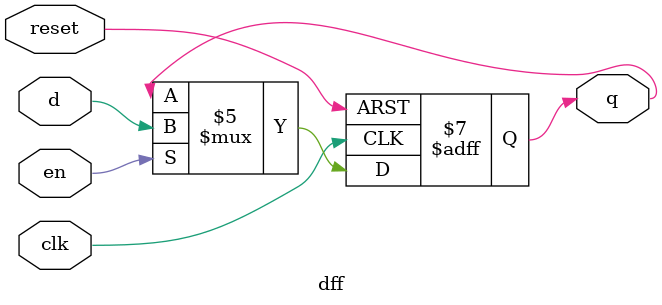
<source format=v>
`timescale 1ns / 1ps


module dff(
    input d,
    input en,
    input clk,
    input reset,
    output reg q
    );

    always @(posedge clk, negedge reset) begin
        if(!reset) q <= 0;
        else if(en == 0); 
        else q <= d;
    end
endmodule

</source>
